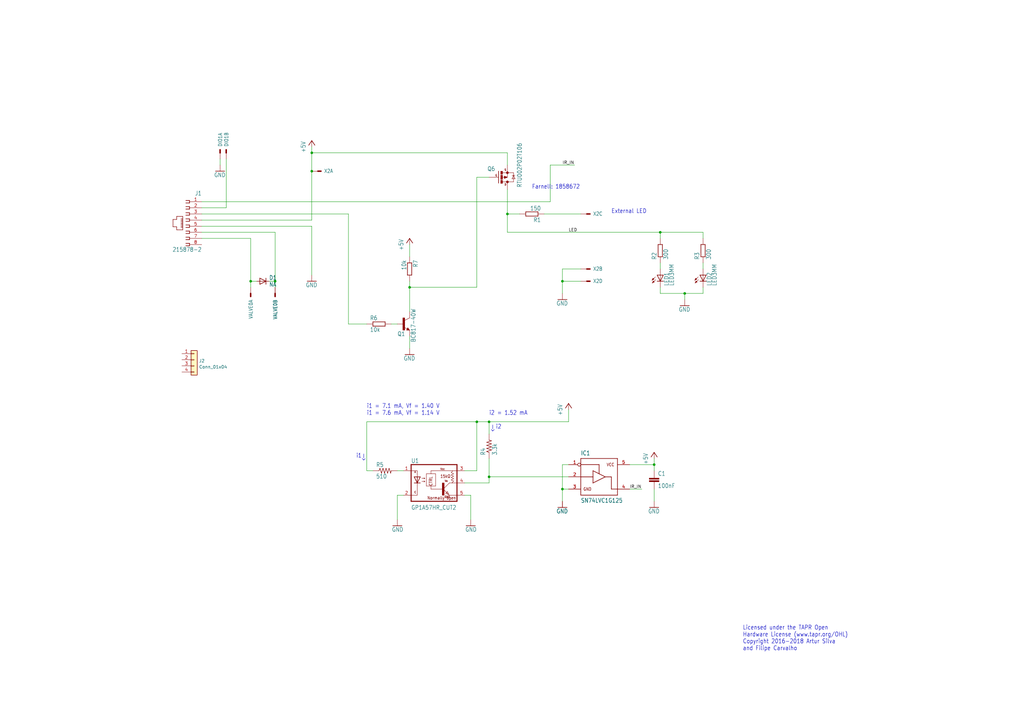
<source format=kicad_sch>
(kicad_sch (version 20211123) (generator eeschema)
  (paper "User" 425.45 299.161)
  (lib_symbols
    (symbol "Connector_Generic:Conn_01x04" (pin_names (offset 1.016) hide)
      (property "Reference" "J" (at 0 5.08 0))
      (property "Value" "Conn_01x04" (at 0 -7.62 0))
      (symbol "Conn_01x04_1_1"
        (rectangle (start -1.27 -4.953) (end 0 -5.207) (stroke (width 0.1524)))
        (rectangle (start -1.27 -2.413) (end 0 -2.667) (stroke (width 0.1524)))
        (rectangle (start -1.27 0.127) (end 0 -0.127) (stroke (width 0.1524)))
        (rectangle (start -1.27 2.667) (end 0 2.413) (stroke (width 0.1524)))
        (rectangle (start -1.27 3.81) (end 1.27 -6.35) (stroke (width 0.254)) (fill (type background)))
        (pin passive line (at -5.08 2.54 0) (length 3.81) (name "Pin_1") (number "1"))
        (pin passive line (at -5.08 0 0) (length 3.81) (name "Pin_2") (number "2"))
        (pin passive line (at -5.08 -2.54 0) (length 3.81) (name "Pin_3") (number "3"))
        (pin passive line (at -5.08 -5.08 0) (length 3.81) (name "Pin_4") (number "4"))
      )
    )
    (symbol "mice poke simple v1.2-eagle-import:+5V" (power)
      (property "Value" "+5V" (at -2.54 -5.08 90))
      (symbol "+5V_1_0"
        (polyline (pts (xy 0 0) (xy -1.27 -1.905)) (stroke (width 0.254)))
        (polyline (pts (xy 1.27 -1.905) (xy 0 0)) (stroke (width 0.254)))
        (pin power_in line (at 0 -2.54 90) (length 2.54) (name "+5V") (number "1"))
      )
    )
    (symbol "mice poke simple v1.2-eagle-import:215878-2"
      (property "Reference" "J" (at -5.08 10.16 0))
      (property "Value" "215878-2" (at -5.08 -13.208 0))
      (symbol "215878-2_1_0"
        (polyline (pts (xy 0 -10.668) (xy 1.524 -10.668)) (stroke (width 0.254)))
        (polyline (pts (xy 0 -9.652) (xy 0 -10.668)) (stroke (width 0.254)))
        (polyline (pts (xy 0 -8.128) (xy 1.524 -8.128)) (stroke (width 0.254)))
        (polyline (pts (xy 0 -7.112) (xy 0 -8.128)) (stroke (width 0.254)))
        (polyline (pts (xy 0 -5.588) (xy 1.524 -5.588)) (stroke (width 0.254)))
        (polyline (pts (xy 0 -4.572) (xy 0 -5.588)) (stroke (width 0.254)))
        (polyline (pts (xy 0 -3.048) (xy 1.524 -3.048)) (stroke (width 0.254)))
        (polyline (pts (xy 0 -2.032) (xy 0 -3.048)) (stroke (width 0.254)))
        (polyline (pts (xy 0 -0.508) (xy 1.524 -0.508)) (stroke (width 0.254)))
        (polyline (pts (xy 0 0.508) (xy 0 -0.508)) (stroke (width 0.254)))
        (polyline (pts (xy 0 2.032) (xy 1.524 2.032)) (stroke (width 0.254)))
        (polyline (pts (xy 0 3.048) (xy 0 2.032)) (stroke (width 0.254)))
        (polyline (pts (xy 0 4.572) (xy 1.524 4.572)) (stroke (width 0.254)))
        (polyline (pts (xy 0 5.588) (xy 0 4.572)) (stroke (width 0.254)))
        (polyline (pts (xy 0 7.112) (xy 1.524 7.112)) (stroke (width 0.254)))
        (polyline (pts (xy 0 8.128) (xy 0 7.112)) (stroke (width 0.254)))
        (polyline (pts (xy 1.524 -9.652) (xy 0 -9.652)) (stroke (width 0.254)))
        (polyline (pts (xy 1.524 -7.112) (xy 0 -7.112)) (stroke (width 0.254)))
        (polyline (pts (xy 1.524 -4.572) (xy 0 -4.572)) (stroke (width 0.254)))
        (polyline (pts (xy 1.524 -2.032) (xy 0 -2.032)) (stroke (width 0.254)))
        (polyline (pts (xy 1.524 0.508) (xy 0 0.508)) (stroke (width 0.254)))
        (polyline (pts (xy 1.524 3.048) (xy 0 3.048)) (stroke (width 0.254)))
        (polyline (pts (xy 1.524 5.588) (xy 0 5.588)) (stroke (width 0.254)))
        (polyline (pts (xy 1.524 8.128) (xy 0 8.128)) (stroke (width 0.254)))
        (polyline (pts (xy 2.794 -4.064) (xy 5.334 -4.064)) (stroke (width 0.1998)))
        (polyline (pts (xy 2.794 -3.048) (xy 2.794 -4.064)) (stroke (width 0.1998)))
        (polyline (pts (xy 2.794 -3.048) (xy 3.556 -3.048)) (stroke (width 0.1998)))
        (polyline (pts (xy 2.794 -2.54) (xy 2.794 -3.048)) (stroke (width 0.1998)))
        (polyline (pts (xy 2.794 -2.54) (xy 3.556 -2.54)) (stroke (width 0.1998)))
        (polyline (pts (xy 2.794 -2.032) (xy 2.794 -2.54)) (stroke (width 0.1998)))
        (polyline (pts (xy 2.794 -2.032) (xy 3.556 -2.032)) (stroke (width 0.1998)))
        (polyline (pts (xy 2.794 -1.524) (xy 2.794 -2.032)) (stroke (width 0.1998)))
        (polyline (pts (xy 2.794 -1.524) (xy 3.556 -1.524)) (stroke (width 0.1998)))
        (polyline (pts (xy 2.794 -1.016) (xy 2.794 -1.524)) (stroke (width 0.1998)))
        (polyline (pts (xy 2.794 -1.016) (xy 3.556 -1.016)) (stroke (width 0.1998)))
        (polyline (pts (xy 2.794 -0.508) (xy 2.794 -1.016)) (stroke (width 0.1998)))
        (polyline (pts (xy 2.794 -0.508) (xy 3.556 -0.508)) (stroke (width 0.1998)))
        (polyline (pts (xy 2.794 0) (xy 2.794 -0.508)) (stroke (width 0.1998)))
        (polyline (pts (xy 2.794 0) (xy 3.556 0)) (stroke (width 0.1998)))
        (polyline (pts (xy 2.794 0.508) (xy 2.794 0)) (stroke (width 0.1998)))
        (polyline (pts (xy 2.794 0.508) (xy 3.556 0.508)) (stroke (width 0.1998)))
        (polyline (pts (xy 2.794 1.524) (xy 2.794 0.508)) (stroke (width 0.1998)))
        (polyline (pts (xy 5.334 -4.064) (xy 5.334 -2.794)) (stroke (width 0.1998)))
        (polyline (pts (xy 5.334 -2.794) (xy 6.858 -2.794)) (stroke (width 0.1998)))
        (polyline (pts (xy 5.334 0.254) (xy 5.334 1.524)) (stroke (width 0.1998)))
        (polyline (pts (xy 5.334 1.524) (xy 2.794 1.524)) (stroke (width 0.1998)))
        (polyline (pts (xy 6.858 -2.794) (xy 6.858 0.254)) (stroke (width 0.1998)))
        (polyline (pts (xy 6.858 0.254) (xy 5.334 0.254)) (stroke (width 0.1998)))
        (pin passive line (at -5.08 7.62 0) (length 5.08) (name "1") (number "1"))
        (pin passive line (at -5.08 5.08 0) (length 5.08) (name "2") (number "2"))
        (pin passive line (at -5.08 2.54 0) (length 5.08) (name "3") (number "3"))
        (pin passive line (at -5.08 0 0) (length 5.08) (name "4") (number "4"))
        (pin passive line (at -5.08 -2.54 0) (length 5.08) (name "5") (number "5"))
        (pin passive line (at -5.08 -5.08 0) (length 5.08) (name "6") (number "6"))
        (pin passive line (at -5.08 -7.62 0) (length 5.08) (name "7") (number "7"))
        (pin passive line (at -5.08 -10.16 0) (length 5.08) (name "8") (number "8"))
      )
    )
    (symbol "mice poke simple v1.2-eagle-import:22-23-2021"
      (property "Reference" "X" (at 2.54 -0.762 0))
      (symbol "22-23-2021_1_0"
        (polyline (pts (xy 1.27 0) (xy 0 0)) (stroke (width 0.6096)))
        (pin passive line (at -2.54 0 0) (length 2.54) (name "S") (number "1"))
      )
      (symbol "22-23-2021_2_0"
        (polyline (pts (xy 1.27 0) (xy 0 0)) (stroke (width 0.6096)))
        (pin passive line (at -2.54 0 0) (length 2.54) (name "S") (number "2"))
      )
    )
    (symbol "mice poke simple v1.2-eagle-import:22-23-2041"
      (property "Reference" "X" (at 2.54 -0.762 0))
      (symbol "22-23-2041_1_0"
        (polyline (pts (xy 1.27 0) (xy 0 0)) (stroke (width 0.6096)))
        (pin passive line (at -2.54 0 0) (length 2.54) (name "S") (number "1"))
      )
      (symbol "22-23-2041_2_0"
        (polyline (pts (xy 1.27 0) (xy 0 0)) (stroke (width 0.6096)))
        (pin passive line (at -2.54 0 0) (length 2.54) (name "S") (number "2"))
      )
      (symbol "22-23-2041_3_0"
        (polyline (pts (xy 1.27 0) (xy 0 0)) (stroke (width 0.6096)))
        (pin passive line (at -2.54 0 0) (length 2.54) (name "S") (number "3"))
      )
      (symbol "22-23-2041_4_0"
        (polyline (pts (xy 1.27 0) (xy 0 0)) (stroke (width 0.6096)))
        (pin passive line (at -2.54 0 0) (length 2.54) (name "S") (number "4"))
      )
    )
    (symbol "mice poke simple v1.2-eagle-import:BC817"
      (property "Reference" "Q" (at -10.16 7.62 0))
      (property "Value" "BC817" (at -10.16 5.08 0))
      (symbol "BC817_1_0"
        (rectangle (start -0.254 -2.54) (end 0.508 2.54) (fill (type outline)))
        (polyline (pts (xy 1.27 -2.54) (xy 1.778 -1.524)) (stroke (width 0.1524)))
        (polyline (pts (xy 1.524 -2.413) (xy 2.286 -2.413)) (stroke (width 0.254)))
        (polyline (pts (xy 1.524 -2.286) (xy 1.905 -2.286)) (stroke (width 0.254)))
        (polyline (pts (xy 1.54 -2.04) (xy 0.308 -1.424)) (stroke (width 0.1524)))
        (polyline (pts (xy 1.778 -1.778) (xy 1.524 -2.286)) (stroke (width 0.254)))
        (polyline (pts (xy 1.778 -1.524) (xy 2.54 -2.54)) (stroke (width 0.1524)))
        (polyline (pts (xy 1.905 -2.286) (xy 1.778 -2.032)) (stroke (width 0.254)))
        (polyline (pts (xy 2.286 -2.413) (xy 1.778 -1.778)) (stroke (width 0.254)))
        (polyline (pts (xy 2.54 -2.54) (xy 1.27 -2.54)) (stroke (width 0.1524)))
        (polyline (pts (xy 2.54 2.54) (xy 0.508 1.524)) (stroke (width 0.1524)))
        (pin passive line (at -2.54 0 0) (length 2.54) (name "B") (number "B"))
        (pin passive line (at 2.54 5.08 270) (length 2.54) (name "C") (number "C"))
        (pin passive line (at 2.54 -5.08 90) (length 2.54) (name "E") (number "E"))
      )
    )
    (symbol "mice poke simple v1.2-eagle-import:C-EUC0402"
      (property "Reference" "C" (at 1.524 0.381 0))
      (property "Value" "C-EUC0402" (at 1.524 -4.699 0))
      (symbol "C-EUC0402_1_0"
        (rectangle (start -2.032 -2.032) (end 2.032 -1.524) (fill (type outline)))
        (rectangle (start -2.032 -1.016) (end 2.032 -0.508) (fill (type outline)))
        (polyline (pts (xy 0 -2.54) (xy 0 -2.032)) (stroke (width 0.1524)))
        (polyline (pts (xy 0 0) (xy 0 -0.508)) (stroke (width 0.1524)))
        (pin passive line (at 0 2.54 270) (length 2.54) (name "1") (number "1"))
        (pin passive line (at 0 -5.08 90) (length 2.54) (name "2") (number "2"))
      )
    )
    (symbol "mice poke simple v1.2-eagle-import:DIODE-SOD323-R"
      (property "Reference" "D" (at 2.54 0.4826 0))
      (property "Value" "DIODE-SOD323-R" (at 2.54 -2.3114 0))
      (symbol "DIODE-SOD323-R_1_0"
        (polyline (pts (xy -1.27 -1.27) (xy 1.27 0)) (stroke (width 0.254)))
        (polyline (pts (xy -1.27 1.27) (xy -1.27 -1.27)) (stroke (width 0.254)))
        (polyline (pts (xy 1.27 0) (xy -1.27 1.27)) (stroke (width 0.254)))
        (polyline (pts (xy 1.27 0) (xy 1.27 -1.27)) (stroke (width 0.254)))
        (polyline (pts (xy 1.27 1.27) (xy 1.27 0)) (stroke (width 0.254)))
        (pin passive line (at -2.54 0 0) (length 2.54) (name "A") (number "A"))
        (pin passive line (at 2.54 0 180) (length 2.54) (name "C") (number "C"))
      )
    )
    (symbol "mice poke simple v1.2-eagle-import:GND" (power)
      (property "Value" "GND" (at -2.54 -2.54 0))
      (symbol "GND_1_0"
        (polyline (pts (xy -1.905 0) (xy 1.905 0)) (stroke (width 0.254)))
        (pin power_in line (at 0 2.54 270) (length 2.54) (name "GND") (number "1"))
      )
    )
    (symbol "mice poke simple v1.2-eagle-import:GP1A57HR_CUT2"
      (property "Value" "GP1A57HR_CUT2" (at -9.525 -10.16 0))
      (symbol "GP1A57HR_CUT2_1_0"
        (polyline (pts (xy -10.16 -5.08) (xy -6.985 -5.08)) (stroke (width 0.1524)))
        (polyline (pts (xy -10.16 5.08) (xy -6.985 5.08)) (stroke (width 0.1524)))
        (polyline (pts (xy -9.525 7.62) (xy -9.525 -7.62)) (stroke (width 0.4064)))
        (polyline (pts (xy -6.985 -5.08) (xy -6.985 0)) (stroke (width 0.1524)))
        (polyline (pts (xy -6.985 0) (xy -8.255 0)) (stroke (width 0.254)))
        (polyline (pts (xy -6.985 0) (xy -8.255 2.54)) (stroke (width 0.254)))
        (polyline (pts (xy -6.985 2.54) (xy -8.255 2.54)) (stroke (width 0.254)))
        (polyline (pts (xy -6.985 2.54) (xy -6.985 0)) (stroke (width 0.254)))
        (polyline (pts (xy -6.985 2.54) (xy -6.985 5.08)) (stroke (width 0.1524)))
        (polyline (pts (xy -5.715 0) (xy -6.985 0)) (stroke (width 0.254)))
        (polyline (pts (xy -5.715 2.54) (xy -6.985 0)) (stroke (width 0.254)))
        (polyline (pts (xy -5.715 2.54) (xy -6.985 2.54)) (stroke (width 0.254)))
        (polyline (pts (xy -5.08 0.635) (xy -3.81 0.635)) (stroke (width 0.1524)))
        (polyline (pts (xy -5.08 1.905) (xy -3.81 1.905)) (stroke (width 0.1524)))
        (polyline (pts (xy -3.81 0.635) (xy -4.191 0.381)) (stroke (width 0.1524)))
        (polyline (pts (xy -3.81 0.635) (xy -4.191 0.889)) (stroke (width 0.1524)))
        (polyline (pts (xy -3.81 1.905) (xy -4.191 1.651)) (stroke (width 0.1524)))
        (polyline (pts (xy -3.81 1.905) (xy -4.191 2.159)) (stroke (width 0.1524)))
        (polyline (pts (xy -3.175 -1.27) (xy -3.175 3.81)) (stroke (width 0.1524)))
        (polyline (pts (xy -3.175 3.81) (xy -1.27 3.81)) (stroke (width 0.1524)))
        (polyline (pts (xy -1.27 -2.54) (xy -1.27 -1.27)) (stroke (width 0.1524)))
        (polyline (pts (xy -1.27 -2.54) (xy 3.81 -2.54)) (stroke (width 0.1524)))
        (polyline (pts (xy -1.27 -1.27) (xy -3.175 -1.27)) (stroke (width 0.1524)))
        (polyline (pts (xy -1.27 3.81) (xy 0.635 3.81)) (stroke (width 0.1524)))
        (polyline (pts (xy -1.27 5.08) (xy -1.27 3.81)) (stroke (width 0.1524)))
        (polyline (pts (xy -1.27 5.08) (xy 7.62 5.08)) (stroke (width 0.1524)))
        (polyline (pts (xy 0.635 -1.27) (xy -1.27 -1.27)) (stroke (width 0.1524)))
        (polyline (pts (xy 0.635 3.81) (xy 0.635 -1.27)) (stroke (width 0.1524)))
        (polyline (pts (xy 3.81 -2.54) (xy 6.096 -4.826)) (stroke (width 0.1524)))
        (polyline (pts (xy 4.826 -4.318) (xy 5.588 -3.556)) (stroke (width 0.1524)))
        (polyline (pts (xy 5.588 -3.556) (xy 6.096 -4.826)) (stroke (width 0.1524)))
        (polyline (pts (xy 6.096 -4.826) (xy 4.826 -4.318)) (stroke (width 0.1524)))
        (polyline (pts (xy 6.096 -4.826) (xy 6.35 -5.08)) (stroke (width 0.1524)))
        (polyline (pts (xy 6.35 -5.08) (xy 10.16 -5.08)) (stroke (width 0.1524)))
        (polyline (pts (xy 6.35 0) (xy 3.81 -2.54)) (stroke (width 0.1524)))
        (polyline (pts (xy 6.35 0) (xy 7.62 0)) (stroke (width 0.1524)))
        (polyline (pts (xy 7.112 1.27) (xy 8.128 0.762)) (stroke (width 0.1524)))
        (polyline (pts (xy 7.112 2.286) (xy 8.128 1.778)) (stroke (width 0.1524)))
        (polyline (pts (xy 7.112 3.302) (xy 8.128 2.794)) (stroke (width 0.1524)))
        (polyline (pts (xy 7.112 4.318) (xy 8.128 3.81)) (stroke (width 0.1524)))
        (polyline (pts (xy 7.62 0) (xy 7.62 0.254)) (stroke (width 0.1524)))
        (polyline (pts (xy 7.62 0) (xy 10.16 0)) (stroke (width 0.1524)))
        (polyline (pts (xy 7.62 4.826) (xy 7.112 4.318)) (stroke (width 0.1524)))
        (polyline (pts (xy 7.62 5.08) (xy 7.62 4.826)) (stroke (width 0.1524)))
        (polyline (pts (xy 7.62 5.08) (xy 10.16 5.08)) (stroke (width 0.1524)))
        (polyline (pts (xy 8.128 0.762) (xy 7.62 0.254)) (stroke (width 0.1524)))
        (polyline (pts (xy 8.128 1.778) (xy 7.112 1.27)) (stroke (width 0.1524)))
        (polyline (pts (xy 8.128 2.794) (xy 7.112 2.286)) (stroke (width 0.1524)))
        (polyline (pts (xy 8.128 3.81) (xy 7.112 3.302)) (stroke (width 0.1524)))
        (polyline (pts (xy 9.525 -7.62) (xy -9.525 -7.62)) (stroke (width 0.4064)))
        (polyline (pts (xy 9.525 7.62) (xy -9.525 7.62)) (stroke (width 0.4064)))
        (polyline (pts (xy 9.525 7.62) (xy 9.525 -7.62)) (stroke (width 0.4064)))
        (rectangle (start 3.429 -5.08) (end 4.191 0) (fill (type outline)))
        (text "15kΩ " (at 2.54 2.032 0) (effects (font (size 1.27 1.0795)) (justify left bottom)))
        (text "A" (at -8.255 4.064 0) (effects (font (size 0.8128 0.6908)) (justify left bottom)))
        (text "C" (at -8.255 -4.318 0) (effects (font (size 0.8128 0.6908)) (justify left bottom)))
        (text "CTRL" (at -0.635 -1.27 900) (effects (font (size 1.27 1.0795)) (justify left bottom)))
        (text "GND" (at 4.318 -6.223 0) (effects (font (size 0.8128 0.6908)) (justify left bottom)))
        (text "Normally open" (at -2.8575 -6.985 0) (effects (font (size 1.27 1.0795)) (justify left bottom)))
        (text "Vcc" (at 2.54 5.334 0) (effects (font (size 0.8128 0.6908)) (justify left bottom)))
        (text "Vo" (at 4.318 0.381 0) (effects (font (size 0.8128 0.6908)) (justify left bottom)))
        (pin passive line (at -12.7 5.08 0) (length 2.54) (name "A") (number "1"))
        (pin passive line (at -12.7 -5.08 0) (length 2.54) (name "C") (number "2"))
        (pin passive line (at 12.7 5.08 180) (length 2.54) (name "VCC") (number "3"))
        (pin passive line (at 12.7 0 180) (length 2.54) (name "VO") (number "4"))
        (pin passive line (at 12.7 -5.08 180) (length 2.54) (name "GND") (number "5"))
      )
    )
    (symbol "mice poke simple v1.2-eagle-import:LED3MM"
      (property "Reference" "LED" (at 3.556 -4.572 90))
      (property "Value" "LED3MM" (at 5.715 -4.572 90))
      (symbol "LED3MM_1_0"
        (polyline (pts (xy -2.032 -0.762) (xy -3.429 -2.159)) (stroke (width 0.1524)))
        (polyline (pts (xy -1.905 -1.905) (xy -3.302 -3.302)) (stroke (width 0.1524)))
        (polyline (pts (xy 0 -2.54) (xy -1.27 -2.54)) (stroke (width 0.254)))
        (polyline (pts (xy 0 -2.54) (xy -1.27 0)) (stroke (width 0.254)))
        (polyline (pts (xy 0 0) (xy -1.27 0)) (stroke (width 0.254)))
        (polyline (pts (xy 0 0) (xy 0 -2.54)) (stroke (width 0.1524)))
        (polyline (pts (xy 1.27 -2.54) (xy 0 -2.54)) (stroke (width 0.254)))
        (polyline (pts (xy 1.27 0) (xy 0 -2.54)) (stroke (width 0.254)))
        (polyline (pts (xy 1.27 0) (xy 0 0)) (stroke (width 0.254)))
        (polyline (pts (xy -3.429 -2.159) (xy -3.048 -1.27) (xy -2.54 -1.778)) (fill (type outline)))
        (polyline (pts (xy -3.302 -3.302) (xy -2.921 -2.413) (xy -2.413 -2.921)) (fill (type outline)))
        (pin passive line (at 0 2.54 270) (length 2.54) (name "A") (number "A"))
        (pin passive line (at 0 -5.08 90) (length 2.54) (name "C") (number "K"))
      )
    )
    (symbol "mice poke simple v1.2-eagle-import:MOSFET-PCHANNEL-ROHM"
      (property "Reference" "Q" (at 5.08 2.54 0))
      (property "Value" "MOSFET-PCHANNEL-ROHM" (at 5.08 0 0))
      (symbol "MOSFET-PCHANNEL-ROHM_1_0"
        (rectangle (start -2.794 -2.54) (end -2.032 -1.27) (fill (type outline)))
        (rectangle (start -2.794 -0.889) (end -2.032 0.889) (fill (type outline)))
        (rectangle (start -2.794 1.27) (end -2.032 2.54) (fill (type outline)))
        (circle (center 0 -1.905) (radius 0.127) (stroke (width 0.4064)))
        (polyline (pts (xy -3.81 0) (xy -5.08 0)) (stroke (width 0.1524)))
        (polyline (pts (xy -3.6576 2.413) (xy -3.6576 -2.54)) (stroke (width 0.254)))
        (polyline (pts (xy -2.032 -1.905) (xy 0 -1.905)) (stroke (width 0.1524)))
        (polyline (pts (xy -1.27 -0.508) (xy 0 0)) (stroke (width 0.1524)))
        (polyline (pts (xy -1.27 0.508) (xy -1.27 -0.508)) (stroke (width 0.1524)))
        (polyline (pts (xy -1.143 -0.254) (xy -0.254 0)) (stroke (width 0.3048)))
        (polyline (pts (xy -1.143 0) (xy -2.032 0)) (stroke (width 0.1524)))
        (polyline (pts (xy -1.143 0) (xy -0.889 0)) (stroke (width 0.3048)))
        (polyline (pts (xy -1.143 0.254) (xy -1.143 0)) (stroke (width 0.3048)))
        (polyline (pts (xy -0.254 0) (xy -1.143 0.254)) (stroke (width 0.3048)))
        (polyline (pts (xy 0 -1.905) (xy 0 -2.54)) (stroke (width 0.1524)))
        (polyline (pts (xy 0 0) (xy -1.27 0.508)) (stroke (width 0.1524)))
        (polyline (pts (xy 0 0) (xy 0 -1.905)) (stroke (width 0.1524)))
        (polyline (pts (xy 0 1.905) (xy -2.0066 1.905)) (stroke (width 0.1524)))
        (polyline (pts (xy 0 1.905) (xy 2.54 1.905)) (stroke (width 0.1524)))
        (polyline (pts (xy 0 2.54) (xy 0 1.905)) (stroke (width 0.1524)))
        (polyline (pts (xy 1.905 0.635) (xy 2.54 -0.762)) (stroke (width 0.1524)))
        (polyline (pts (xy 2.54 -1.905) (xy 0 -1.905)) (stroke (width 0.1524)))
        (polyline (pts (xy 2.54 -1.905) (xy 2.54 -0.762)) (stroke (width 0.1524)))
        (polyline (pts (xy 2.54 -0.762) (xy 1.905 -0.762)) (stroke (width 0.1524)))
        (polyline (pts (xy 2.54 -0.762) (xy 2.54 1.905)) (stroke (width 0.1524)))
        (polyline (pts (xy 2.54 -0.762) (xy 3.175 0.635)) (stroke (width 0.1524)))
        (polyline (pts (xy 3.175 -0.762) (xy 2.54 -0.762)) (stroke (width 0.1524)))
        (polyline (pts (xy 3.175 0.635) (xy 1.905 0.635)) (stroke (width 0.1524)))
        (circle (center 0 1.905) (radius 0.127) (stroke (width 0.4064)))
        (text "D" (at -1.27 2.54 0) (effects (font (size 0.8128 0.6908)) (justify left bottom)))
        (text "G" (at -5.08 -1.27 0) (effects (font (size 0.8128 0.6908)) (justify left bottom)))
        (text "S" (at -1.27 -3.556 0) (effects (font (size 0.8128 0.6908)) (justify left bottom)))
        (pin passive line (at 0 -5.08 90) (length 2.54) (name "S") (number "1"))
        (pin passive line (at -7.62 0 0) (length 2.54) (name "G") (number "2"))
        (pin passive line (at 0 5.08 270) (length 2.54) (name "D") (number "3"))
      )
    )
    (symbol "mice poke simple v1.2-eagle-import:R-EU_R0402"
      (property "Reference" "R" (at -3.81 1.4986 0))
      (property "Value" "R-EU_R0402" (at -3.81 -3.302 0))
      (symbol "R-EU_R0402_1_0"
        (polyline (pts (xy -2.54 -0.889) (xy -2.54 0.889)) (stroke (width 0.254)))
        (polyline (pts (xy -2.54 -0.889) (xy 2.54 -0.889)) (stroke (width 0.254)))
        (polyline (pts (xy 2.54 -0.889) (xy 2.54 0.889)) (stroke (width 0.254)))
        (polyline (pts (xy 2.54 0.889) (xy -2.54 0.889)) (stroke (width 0.254)))
        (pin passive line (at -5.08 0 0) (length 2.54) (name "1") (number "1"))
        (pin passive line (at 5.08 0 180) (length 2.54) (name "2") (number "2"))
      )
    )
    (symbol "mice poke simple v1.2-eagle-import:R-US_R0402"
      (property "Reference" "R" (at -3.81 1.4986 0))
      (property "Value" "R-US_R0402" (at -3.81 -3.302 0))
      (symbol "R-US_R0402_1_0"
        (polyline (pts (xy -2.54 0) (xy -2.159 1.016)) (stroke (width 0.2032)))
        (polyline (pts (xy -2.159 1.016) (xy -1.524 -1.016)) (stroke (width 0.2032)))
        (polyline (pts (xy -1.524 -1.016) (xy -0.889 1.016)) (stroke (width 0.2032)))
        (polyline (pts (xy -0.889 1.016) (xy -0.254 -1.016)) (stroke (width 0.2032)))
        (polyline (pts (xy -0.254 -1.016) (xy 0.381 1.016)) (stroke (width 0.2032)))
        (polyline (pts (xy 0.381 1.016) (xy 1.016 -1.016)) (stroke (width 0.2032)))
        (polyline (pts (xy 1.016 -1.016) (xy 1.651 1.016)) (stroke (width 0.2032)))
        (polyline (pts (xy 1.651 1.016) (xy 2.286 -1.016)) (stroke (width 0.2032)))
        (polyline (pts (xy 2.286 -1.016) (xy 2.54 0)) (stroke (width 0.2032)))
        (pin passive line (at -5.08 0 0) (length 2.54) (name "1") (number "1"))
        (pin passive line (at 5.08 0 180) (length 2.54) (name "2") (number "2"))
      )
    )
    (symbol "mice poke simple v1.2-eagle-import:SN74LVC1G125"
      (property "Value" "SN74LVC1G125" (at -7.62 -10.795 0))
      (symbol "SN74LVC1G125_1_0"
        (polyline (pts (xy -7.62 -7.62) (xy 7.62 -7.62)) (stroke (width 0.254)))
        (polyline (pts (xy -7.62 0) (xy -2.54 0)) (stroke (width 0.254)))
        (polyline (pts (xy -7.62 5.08) (xy 0 5.08)) (stroke (width 0.254)))
        (polyline (pts (xy -7.62 7.62) (xy -7.62 -7.62)) (stroke (width 0.254)))
        (polyline (pts (xy -2.54 2.54) (xy -2.54 -2.54)) (stroke (width 0.254)))
        (polyline (pts (xy -2.54 2.54) (xy 0 1.27)) (stroke (width 0.254)))
        (polyline (pts (xy 0 1.27) (xy 2.54 0)) (stroke (width 0.254)))
        (polyline (pts (xy 0 5.08) (xy 0 1.27)) (stroke (width 0.254)))
        (polyline (pts (xy 2.54 0) (xy -2.54 -2.54)) (stroke (width 0.254)))
        (polyline (pts (xy 2.54 0) (xy 5.08 0)) (stroke (width 0.254)))
        (polyline (pts (xy 5.08 -5.08) (xy 7.62 -5.08)) (stroke (width 0.254)))
        (polyline (pts (xy 5.08 0) (xy 5.08 -5.08)) (stroke (width 0.254)))
        (polyline (pts (xy 7.62 -7.62) (xy 7.62 7.62)) (stroke (width 0.254)))
        (polyline (pts (xy 7.62 7.62) (xy -7.62 7.62)) (stroke (width 0.254)))
        (text "GND" (at -6.604 -5.842 0) (effects (font (size 1.27 1.0795)) (justify left bottom)))
        (text "VCC" (at 3.048 4.318 0) (effects (font (size 1.27 1.0795)) (justify left bottom)))
        (pin bidirectional inverted (at -12.7 5.08 0) (length 5.08) (name "P$1") (number "1"))
        (pin bidirectional line (at -12.7 0 0) (length 5.08) (name "P$2") (number "2"))
        (pin bidirectional line (at -12.7 -5.08 0) (length 5.08) (name "P$3") (number "3"))
        (pin bidirectional line (at 12.7 -5.08 180) (length 5.08) (name "P$4") (number "4"))
        (pin bidirectional line (at 12.7 5.08 180) (length 5.08) (name "P$5") (number "5"))
      )
    )
  )
  (junction (at 114.3 116.84))
  (junction (at 274.32 96.52))
  (junction (at 198.12 175.26))
  (junction (at 203.2 198.12))
  (junction (at 271.78 193.04))
  (junction (at 170.18 119.38))
  (junction (at 210.82 88.9))
  (junction (at 129.54 71.12))
  (junction (at 203.2 175.26))
  (junction (at 129.54 63.5))
  (junction (at 233.68 116.84))
  (junction (at 284.48 121.92))
  (junction (at 233.68 203.2))
  (junction (at 104.14 116.84))
  (wire (pts (xy 165.1 134.62) (xy 162.56 134.62)))
  (wire (pts (xy 261.62 203.2) (xy 266.7 203.2)))
  (wire (pts (xy 152.4 175.26) (xy 152.4 195.58)))
  (wire (pts (xy 271.78 195.58) (xy 271.78 193.04)))
  (wire (pts (xy 274.32 96.52) (xy 292.1 96.52)))
  (wire (pts (xy 83.82 86.36) (xy 93.98 86.36)))
  (wire (pts (xy 292.1 119.38) (xy 292.1 121.92)))
  (wire (pts (xy 91.44 68.58) (xy 91.44 66.04)))
  (wire (pts (xy 129.54 93.98) (xy 129.54 114.3)))
  (wire (pts (xy 210.82 78.74) (xy 210.82 88.9)))
  (wire (pts (xy 271.78 190.5) (xy 271.78 193.04)))
  (wire (pts (xy 129.54 91.44) (xy 129.54 71.12)))
  (wire (pts (xy 292.1 96.52) (xy 292.1 99.06)))
  (polyline (pts (xy 151.13 191.135) (xy 151.765 190.5)))
  (wire (pts (xy 233.68 111.76) (xy 233.68 116.84)))
  (wire (pts (xy 83.82 93.98) (xy 129.54 93.98)))
  (wire (pts (xy 233.68 203.2) (xy 233.68 208.28)))
  (wire (pts (xy 170.18 119.38) (xy 170.18 129.54)))
  (wire (pts (xy 203.2 175.26) (xy 198.12 175.26)))
  (wire (pts (xy 193.04 195.58) (xy 198.12 195.58)))
  (wire (pts (xy 83.82 96.52) (xy 114.3 96.52)))
  (wire (pts (xy 203.2 180.34) (xy 203.2 175.26)))
  (wire (pts (xy 198.12 119.38) (xy 198.12 73.66)))
  (wire (pts (xy 236.22 175.26) (xy 236.22 170.18)))
  (wire (pts (xy 170.18 119.38) (xy 198.12 119.38)))
  (wire (pts (xy 210.82 68.58) (xy 210.82 63.5)))
  (wire (pts (xy 233.68 193.04) (xy 233.68 203.2)))
  (wire (pts (xy 198.12 175.26) (xy 152.4 175.26)))
  (wire (pts (xy 129.54 71.12) (xy 129.54 63.5)))
  (wire (pts (xy 292.1 109.22) (xy 292.1 111.76)))
  (polyline (pts (xy 151.13 191.135) (xy 150.495 190.5)))
  (wire (pts (xy 170.18 101.6) (xy 170.18 106.68)))
  (wire (pts (xy 236.22 193.04) (xy 233.68 193.04)))
  (wire (pts (xy 104.14 99.06) (xy 104.14 116.84)))
  (wire (pts (xy 165.1 195.58) (xy 167.64 195.58)))
  (wire (pts (xy 203.2 190.5) (xy 203.2 198.12)))
  (wire (pts (xy 195.58 205.74) (xy 195.58 215.9)))
  (wire (pts (xy 167.64 205.74) (xy 165.1 205.74)))
  (wire (pts (xy 106.68 116.84) (xy 104.14 116.84)))
  (wire (pts (xy 170.18 144.78) (xy 170.18 139.7)))
  (wire (pts (xy 274.32 109.22) (xy 274.32 111.76)))
  (wire (pts (xy 210.82 96.52) (xy 274.32 96.52)))
  (wire (pts (xy 170.18 119.38) (xy 170.18 116.84)))
  (wire (pts (xy 152.4 134.62) (xy 144.78 134.62)))
  (wire (pts (xy 210.82 63.5) (xy 129.54 63.5)))
  (wire (pts (xy 198.12 195.58) (xy 198.12 175.26)))
  (wire (pts (xy 83.82 99.06) (xy 104.14 99.06)))
  (wire (pts (xy 274.32 119.38) (xy 274.32 121.92)))
  (wire (pts (xy 114.3 116.84) (xy 114.3 119.38)))
  (wire (pts (xy 83.82 91.44) (xy 129.54 91.44)))
  (wire (pts (xy 203.2 198.12) (xy 203.2 200.66)))
  (wire (pts (xy 111.76 116.84) (xy 114.3 116.84)))
  (wire (pts (xy 144.78 88.9) (xy 83.82 88.9)))
  (wire (pts (xy 274.32 99.06) (xy 274.32 96.52)))
  (wire (pts (xy 236.22 175.26) (xy 203.2 175.26)))
  (wire (pts (xy 83.82 83.82) (xy 228.6 83.82)))
  (wire (pts (xy 215.9 88.9) (xy 210.82 88.9)))
  (wire (pts (xy 129.54 63.5) (xy 129.54 60.96)))
  (wire (pts (xy 210.82 88.9) (xy 210.82 96.52)))
  (wire (pts (xy 274.32 121.92) (xy 284.48 121.92)))
  (wire (pts (xy 236.22 203.2) (xy 233.68 203.2)))
  (wire (pts (xy 154.94 195.58) (xy 152.4 195.58)))
  (wire (pts (xy 104.14 116.84) (xy 104.14 119.38)))
  (wire (pts (xy 203.2 73.66) (xy 198.12 73.66)))
  (wire (pts (xy 144.78 134.62) (xy 144.78 88.9)))
  (wire (pts (xy 284.48 121.92) (xy 292.1 121.92)))
  (wire (pts (xy 226.06 88.9) (xy 241.3 88.9)))
  (wire (pts (xy 261.62 193.04) (xy 271.78 193.04)))
  (polyline (pts (xy 204.724 179.07) (xy 204.089 178.435)))
  (wire (pts (xy 284.48 124.46) (xy 284.48 121.92)))
  (wire (pts (xy 271.78 203.2) (xy 271.78 208.28)))
  (polyline (pts (xy 204.724 179.07) (xy 205.359 178.435)))
  (polyline (pts (xy 204.724 176.53) (xy 204.724 179.07)))
  (polyline (pts (xy 151.13 188.595) (xy 151.13 191.135)))
  (wire (pts (xy 93.98 86.36) (xy 93.98 66.04)))
  (wire (pts (xy 165.1 205.74) (xy 165.1 215.9)))
  (wire (pts (xy 114.3 96.52) (xy 114.3 116.84)))
  (wire (pts (xy 241.3 111.76) (xy 233.68 111.76)))
  (wire (pts (xy 236.22 198.12) (xy 203.2 198.12)))
  (wire (pts (xy 233.68 116.84) (xy 233.68 121.92)))
  (wire (pts (xy 193.04 200.66) (xy 203.2 200.66)))
  (wire (pts (xy 233.68 116.84) (xy 241.3 116.84)))
  (wire (pts (xy 228.6 68.58) (xy 238.76 68.58)))
  (wire (pts (xy 228.6 83.82) (xy 228.6 68.58)))
  (wire (pts (xy 193.04 205.74) (xy 195.58 205.74)))
  (text "i1 = 7.1 mA, Vf = 1.40 V\ni1 = 7.6 mA, Vf = 1.14 V" (at 152.4 172.72 180) (effects (font (size 1.778 1.5113)) (justify left bottom)))
  (text "Licensed under the TAPR Open\nHardware License (www.tapr.org/OHL)\nCopyright 2016-2018 Artur Silva\nand Filipe Carvalho" (at 308.61 270.51 0) (effects (font (size 1.778 1.5113)) (justify left bottom)))
  (text "External LED" (at 254 88.9 180) (effects (font (size 1.778 1.5113)) (justify left bottom)))
  (text "i2 = 1.52 mA" (at 203.2 172.72 180) (effects (font (size 1.778 1.5113)) (justify left bottom)))
  (text "i2" (at 205.994 178.435 180) (effects (font (size 1.778 1.5113)) (justify left bottom)))
  (text "Farnell: 1858672" (at 220.98 78.74 180) (effects (font (size 1.778 1.5113)) (justify left bottom)))
  (text "i1" (at 147.955 190.5 180) (effects (font (size 1.778 1.5113)) (justify left bottom)))
  (label "LED" (at 236.22 96.52 0) (effects (font (size 1.2446 1.2446))))
  (label "IR_IN" (at 233.68 68.58 0) (effects (font (size 1.2446 1.2446))))
  (label "IR_IN" (at 261.62 203.2 0) (effects (font (size 1.2446 1.2446))))
  (symbol (lib_id "mice poke simple v1.2-eagle-import:R-EU_R0402") (at 274.32 104.14 90) (unit 1)
    (property "Reference" "R2" (at 272.8214 107.95 0) (effects (font (size 1.778 1.5113)) (justify left bottom)))
    (property "Value" "300" (at 277.622 107.95 0) (effects (font (size 1.778 1.5113)) (justify left bottom)))
    (property "Footprint" "mice poke simple v1.2:R0402" (effects hide))
  )
  (symbol (lib_id "mice poke simple v1.2-eagle-import:GND") (at 233.68 124.46 0) (unit 1)
    (property "Reference" "#GND08" (effects hide))
    (property "Value" "GND" (at 231.14 127 0) (effects (font (size 1.778 1.5113)) (justify left bottom)))
    (property "Footprint" "mice poke simple v1.2:" (effects hide))
  )
  (symbol (lib_id "mice poke simple v1.2-eagle-import:22-23-2021") (at 104.14 121.92 270) (unit 1)
    (property "Reference" "VALVE0" (at 103.378 124.46 0) (effects (font (size 1.524 1.2954)) (justify left bottom)))
    (property "Value" "22-23-2021" (effects hide))
    (property "Footprint" "mice poke simple v1.2:22-23-2021" (effects hide))
  )
  (symbol (lib_id "mice poke simple v1.2-eagle-import:LED3MM") (at 292.1 114.3 0) (unit 1)
    (property "Reference" "LED2" (at 295.656 118.872 90) (effects (font (size 1.778 1.5113)) (justify left bottom)))
    (property "Value" "LED3MM" (at 297.815 118.872 90) (effects (font (size 1.778 1.5113)) (justify left bottom)))
    (property "Footprint" "mice poke simple v1.2:LED3MM" (effects hide))
  )
  (symbol (lib_id "mice poke simple v1.2-eagle-import:R-EU_R0402") (at 157.48 134.62 0) (unit 1)
    (property "Reference" "R6" (at 153.67 133.1214 0) (effects (font (size 1.778 1.5113)) (justify left bottom)))
    (property "Value" "10k" (at 153.67 137.922 0) (effects (font (size 1.778 1.5113)) (justify left bottom)))
    (property "Footprint" "mice poke simple v1.2:R0402" (effects hide))
  )
  (symbol (lib_id "mice poke simple v1.2-eagle-import:GND") (at 195.58 218.44 0) (mirror y) (unit 1)
    (property "Reference" "#GND07" (effects hide))
    (property "Value" "GND" (at 198.12 220.98 0) (effects (font (size 1.778 1.5113)) (justify left bottom)))
    (property "Footprint" "mice poke simple v1.2:" (effects hide))
  )
  (symbol (lib_id "mice poke simple v1.2-eagle-import:GND") (at 233.68 210.82 0) (unit 1)
    (property "Reference" "#GND062" (effects hide))
    (property "Value" "GND" (at 231.14 213.36 0) (effects (font (size 1.778 1.5113)) (justify left bottom)))
    (property "Footprint" "mice poke simple v1.2:" (effects hide))
  )
  (symbol (lib_id "mice poke simple v1.2-eagle-import:22-23-2021") (at 93.98 63.5 270) (mirror x) (unit 2)
    (property "Reference" "DIO1" (at 93.218 60.96 0) (effects (font (size 1.524 1.2954)) (justify left bottom)))
    (property "Value" "22-23-2021" (effects hide))
    (property "Footprint" "mice poke simple v1.2:22-23-2021" (effects hide))
  )
  (symbol (lib_id "mice poke simple v1.2-eagle-import:215878-2") (at 78.74 91.44 0) (mirror y) (unit 1)
    (property "Reference" "J1" (at 83.82 81.28 0) (effects (font (size 1.778 1.5113)) (justify left bottom)))
    (property "Value" "215878-2" (at 83.82 104.648 0) (effects (font (size 1.778 1.5113)) (justify left bottom)))
    (property "Footprint" "mice poke simple v1.2:215878-2" (effects hide))
  )
  (symbol (lib_id "mice poke simple v1.2-eagle-import:22-23-2041") (at 243.84 116.84 0) (unit 4)
    (property "Reference" "X2" (at 246.38 117.602 0) (effects (font (size 1.524 1.2954)) (justify left bottom)))
    (property "Value" "22-23-2041" (effects hide))
    (property "Footprint" "mice poke simple v1.2:22-23-2041" (effects hide))
  )
  (symbol (lib_id "mice poke simple v1.2-eagle-import:R-EU_R0402") (at 170.18 111.76 270) (unit 1)
    (property "Reference" "R7" (at 171.6786 107.95 0) (effects (font (size 1.778 1.5113)) (justify left bottom)))
    (property "Value" "10k" (at 166.878 107.95 0) (effects (font (size 1.778 1.5113)) (justify left bottom)))
    (property "Footprint" "mice poke simple v1.2:R0402" (effects hide))
  )
  (symbol (lib_id "mice poke simple v1.2-eagle-import:+5V") (at 129.54 58.42 0) (unit 1)
    (property "Reference" "#P+08" (effects hide))
    (property "Value" "+5V" (at 127 63.5 90) (effects (font (size 1.778 1.5113)) (justify left bottom)))
    (property "Footprint" "mice poke simple v1.2:" (effects hide))
  )
  (symbol (lib_id "mice poke simple v1.2-eagle-import:C-EUC0402") (at 271.78 198.12 0) (unit 1)
    (property "Reference" "C1" (at 273.304 197.739 0) (effects (font (size 1.778 1.5113)) (justify left bottom)))
    (property "Value" "100nF" (at 273.304 202.819 0) (effects (font (size 1.778 1.5113)) (justify left bottom)))
    (property "Footprint" "mice poke simple v1.2:C0402" (effects hide))
  )
  (symbol (lib_id "mice poke simple v1.2-eagle-import:SN74LVC1G125") (at 248.92 198.12 0) (unit 1)
    (property "Reference" "IC1" (at 241.3 189.23 0) (effects (font (size 1.778 1.5113)) (justify left bottom)))
    (property "Value" "SN74LVC1G125" (at 241.3 208.915 0) (effects (font (size 1.778 1.5113)) (justify left bottom)))
    (property "Footprint" "mice poke simple v1.2:SOT23-5" (effects hide))
  )
  (symbol (lib_id "mice poke simple v1.2-eagle-import:BC817") (at 167.64 134.62 0) (unit 1)
    (property "Reference" "Q1" (at 165.1 139.7 0) (effects (font (size 1.778 1.5113)) (justify left bottom)))
    (property "Value" "BC817-40W" (at 172.72 142.24 90) (effects (font (size 1.778 1.5113)) (justify left bottom)))
    (property "Footprint" "mice poke simple v1.2:SOT323-BEC" (effects hide))
  )
  (symbol (lib_id "mice poke simple v1.2-eagle-import:GND") (at 284.48 127 0) (unit 1)
    (property "Reference" "#GND01" (effects hide))
    (property "Value" "GND" (at 281.94 129.54 0) (effects (font (size 1.778 1.5113)) (justify left bottom)))
    (property "Footprint" "mice poke simple v1.2:" (effects hide))
  )
  (symbol (lib_id "mice poke simple v1.2-eagle-import:GND") (at 129.54 116.84 0) (unit 1)
    (property "Reference" "#GND03" (effects hide))
    (property "Value" "GND" (at 127 119.38 0) (effects (font (size 1.778 1.5113)) (justify left bottom)))
    (property "Footprint" "mice poke simple v1.2:" (effects hide))
  )
  (symbol (lib_id "mice poke simple v1.2-eagle-import:22-23-2041") (at 243.84 111.76 0) (unit 2)
    (property "Reference" "X2" (at 246.38 112.522 0) (effects (font (size 1.524 1.2954)) (justify left bottom)))
    (property "Value" "22-23-2041" (effects hide))
    (property "Footprint" "mice poke simple v1.2:22-23-2041" (effects hide))
  )
  (symbol (lib_id "mice poke simple v1.2-eagle-import:22-23-2021") (at 114.3 121.92 270) (unit 2)
    (property "Reference" "VALVE0" (at 113.538 124.46 0) (effects (font (size 1.524 1.2954)) (justify left bottom)))
    (property "Value" "22-23-2021" (effects hide))
    (property "Footprint" "mice poke simple v1.2:22-23-2021" (effects hide))
  )
  (symbol (lib_id "mice poke simple v1.2-eagle-import:+5V") (at 271.78 187.96 0) (unit 1)
    (property "Reference" "#P+010" (effects hide))
    (property "Value" "+5V" (at 269.24 193.04 90) (effects (font (size 1.778 1.5113)) (justify left bottom)))
    (property "Footprint" "mice poke simple v1.2:" (effects hide))
  )
  (symbol (lib_id "mice poke simple v1.2-eagle-import:DIODE-SOD323-R") (at 109.22 116.84 0) (unit 1)
    (property "Reference" "D1" (at 111.76 116.3574 0) (effects (font (size 1.778 1.5113)) (justify left bottom)))
    (property "Value" "NA" (at 111.76 119.1514 0) (effects (font (size 1.778 1.5113)) (justify left bottom)))
    (property "Footprint" "mice poke simple v1.2:SOD323-R" (effects hide))
  )
  (symbol (lib_id "mice poke simple v1.2-eagle-import:R-EU_R0402") (at 292.1 104.14 90) (unit 1)
    (property "Reference" "R3" (at 290.6014 107.95 0) (effects (font (size 1.778 1.5113)) (justify left bottom)))
    (property "Value" "300" (at 295.402 107.95 0) (effects (font (size 1.778 1.5113)) (justify left bottom)))
    (property "Footprint" "mice poke simple v1.2:R0402" (effects hide))
  )
  (symbol (lib_id "mice poke simple v1.2-eagle-import:+5V") (at 170.18 99.06 0) (unit 1)
    (property "Reference" "#P+02" (effects hide))
    (property "Value" "+5V" (at 167.64 104.14 90) (effects (font (size 1.778 1.5113)) (justify left bottom)))
    (property "Footprint" "mice poke simple v1.2:" (effects hide))
  )
  (symbol (lib_id "mice poke simple v1.2-eagle-import:GND") (at 170.18 147.32 0) (unit 1)
    (property "Reference" "#GND02" (effects hide))
    (property "Value" "GND" (at 167.64 149.86 0) (effects (font (size 1.778 1.5113)) (justify left bottom)))
    (property "Footprint" "mice poke simple v1.2:" (effects hide))
  )
  (symbol (lib_id "mice poke simple v1.2-eagle-import:22-23-2021") (at 91.44 63.5 270) (mirror x) (unit 1)
    (property "Reference" "DIO1" (at 90.678 60.96 0) (effects (font (size 1.524 1.2954)) (justify left bottom)))
    (property "Value" "22-23-2021" (effects hide))
    (property "Footprint" "mice poke simple v1.2:22-23-2021" (effects hide))
  )
  (symbol (lib_id "mice poke simple v1.2-eagle-import:GND") (at 271.78 210.82 0) (unit 1)
    (property "Reference" "#GND063" (effects hide))
    (property "Value" "GND" (at 269.24 213.36 0) (effects (font (size 1.778 1.5113)) (justify left bottom)))
    (property "Footprint" "mice poke simple v1.2:" (effects hide))
  )
  (symbol (lib_id "mice poke simple v1.2-eagle-import:R-US_R0402") (at 160.02 195.58 0) (unit 1)
    (property "Reference" "R5" (at 156.21 194.0814 0) (effects (font (size 1.778 1.5113)) (justify left bottom)))
    (property "Value" "510" (at 156.21 198.882 0) (effects (font (size 1.778 1.5113)) (justify left bottom)))
    (property "Footprint" "mice poke simple v1.2:R0402" (effects hide))
  )
  (symbol (lib_id "Connector_Generic:Conn_01x04") (at 80.645 149.479 0) (unit 1)
    (property "Reference" "J2" (at 82.677 149.9143 0) (effects (justify left)))
    (property "Value" "Conn_01x04" (at 82.677 152.4512 0) (effects (justify left)))
    (property "Footprint" "Connector_PinHeader_1.27mm:PinHeader_1x04_P1.27mm_Vertical" (effects hide))
  )
  (symbol (lib_id "mice poke simple v1.2-eagle-import:MOSFET-PCHANNEL-ROHM") (at 210.82 73.66 0) (mirror x) (unit 1)
    (property "Reference" "Q6" (at 205.74 71.12 0) (effects (font (size 1.778 1.5113)) (justify right top)))
    (property "Value" "RTU002P02T106" (at 214.884 77.978 90) (effects (font (size 1.778 1.5113)) (justify right top)))
    (property "Footprint" "mice poke simple v1.2:SOT323" (effects hide))
  )
  (symbol (lib_id "mice poke simple v1.2-eagle-import:R-EU_R0402") (at 220.98 88.9 180) (unit 1)
    (property "Reference" "R1" (at 224.79 90.3986 0) (effects (font (size 1.778 1.5113)) (justify left bottom)))
    (property "Value" "150" (at 224.79 85.598 0) (effects (font (size 1.778 1.5113)) (justify left bottom)))
    (property "Footprint" "mice poke simple v1.2:R0402" (effects hide))
  )
  (symbol (lib_id "mice poke simple v1.2-eagle-import:LED3MM") (at 274.32 114.3 0) (unit 1)
    (property "Reference" "LED1" (at 277.876 118.872 90) (effects (font (size 1.778 1.5113)) (justify left bottom)))
    (property "Value" "LED3MM" (at 280.035 118.872 90) (effects (font (size 1.778 1.5113)) (justify left bottom)))
    (property "Footprint" "mice poke simple v1.2:LED3MM" (effects hide))
  )
  (symbol (lib_id "mice poke simple v1.2-eagle-import:22-23-2041") (at 132.08 71.12 0) (unit 1)
    (property "Reference" "X2" (at 134.62 71.882 0) (effects (font (size 1.524 1.2954)) (justify left bottom)))
    (property "Value" "22-23-2041" (effects hide))
    (property "Footprint" "mice poke simple v1.2:22-23-2041" (effects hide))
  )
  (symbol (lib_id "mice poke simple v1.2-eagle-import:GP1A57HR_CUT2") (at 180.34 200.66 0) (unit 1)
    (property "Reference" "U1" (at 170.815 192.405 0) (effects (font (size 1.778 1.5113)) (justify left bottom)))
    (property "Value" "GP1A57HR_CUT2" (at 170.815 211.836 0) (effects (font (size 1.778 1.5113)) (justify left bottom)))
    (property "Footprint" "mice poke simple v1.2:GP1A57HR_CUT2" (effects hide))
  )
  (symbol (lib_id "mice poke simple v1.2-eagle-import:GND") (at 91.44 71.12 0) (unit 1)
    (property "Reference" "#GND05" (effects hide))
    (property "Value" "GND" (at 88.9 73.66 0) (effects (font (size 1.778 1.5113)) (justify left bottom)))
    (property "Footprint" "mice poke simple v1.2:" (effects hide))
  )
  (symbol (lib_id "mice poke simple v1.2-eagle-import:+5V") (at 236.22 167.64 0) (unit 1)
    (property "Reference" "#P+01" (effects hide))
    (property "Value" "+5V" (at 233.68 172.72 90) (effects (font (size 1.778 1.5113)) (justify left bottom)))
    (property "Footprint" "mice poke simple v1.2:" (effects hide))
  )
  (symbol (lib_id "mice poke simple v1.2-eagle-import:GND") (at 165.1 218.44 0) (mirror y) (unit 1)
    (property "Reference" "#GND06" (effects hide))
    (property "Value" "GND" (at 167.64 220.98 0) (effects (font (size 1.778 1.5113)) (justify left bottom)))
    (property "Footprint" "mice poke simple v1.2:" (effects hide))
  )
  (symbol (lib_id "mice poke simple v1.2-eagle-import:R-US_R0402") (at 203.2 185.42 90) (unit 1)
    (property "Reference" "R4" (at 201.7014 189.23 0) (effects (font (size 1.778 1.5113)) (justify left bottom)))
    (property "Value" "3.3k" (at 206.502 189.23 0) (effects (font (size 1.778 1.5113)) (justify left bottom)))
    (property "Footprint" "mice poke simple v1.2:R0402" (effects hide))
  )
  (symbol (lib_id "mice poke simple v1.2-eagle-import:22-23-2041") (at 243.84 88.9 0) (unit 3)
    (property "Reference" "X2" (at 246.38 89.662 0) (effects (font (size 1.524 1.2954)) (justify left bottom)))
    (property "Value" "22-23-2041" (effects hide))
    (property "Footprint" "mice poke simple v1.2:22-23-2041" (effects hide))
  )
)
</source>
